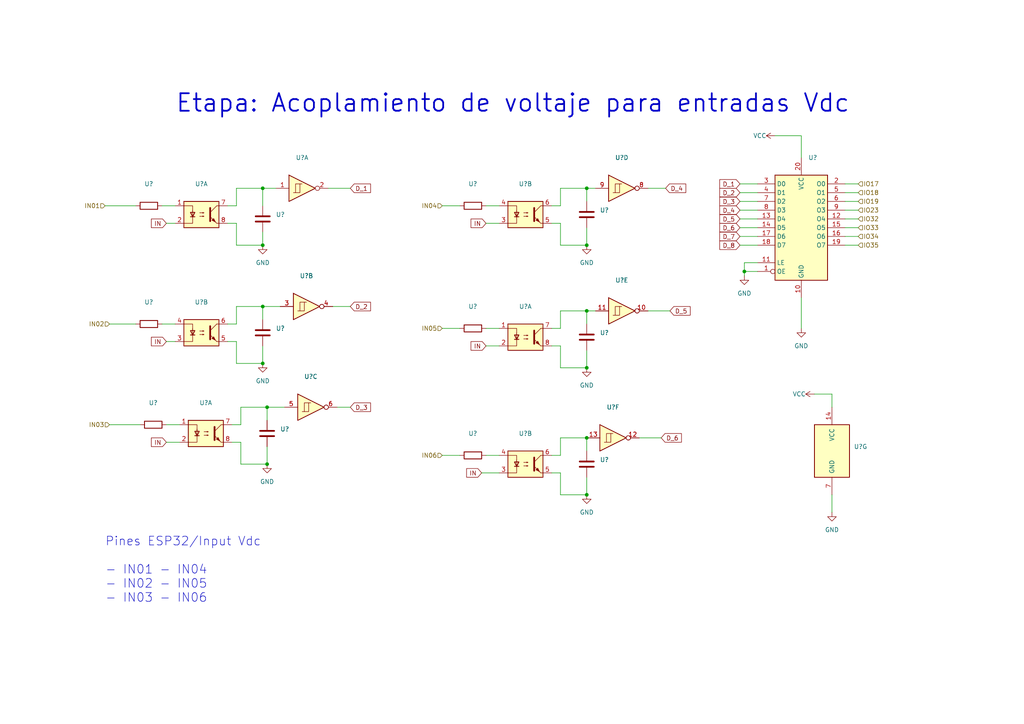
<source format=kicad_sch>
(kicad_sch (version 20220929) (generator eeschema)
  (paper "A4")
  (title_block (date "2022-09-15") (rev "José Luis Laica") (company "INTEAMBI"))
  (lib_symbols
    (symbol "74xx:74HC14" (pin_names (offset 1.016))
      (property "Reference" "U" (at 0 1.27 0))
      (property "Value" "74HC14" (at 0 -1.27 0))
      (symbol "74HC14_1_0"
        (polyline (pts (xy -3.81 3.81) (xy -3.81 -3.81) (xy 3.81 0) (xy -3.81 3.81)) (stroke (width 0.254)) (fill (type background)))
        (pin input line (at -7.62 0 0) (length 3.81) (name "~") (number "1"))
        (pin output inverted (at 7.62 0 180) (length 3.81) (name "~") (number "2"))
      )
      (symbol "74HC14_1_1"
        (polyline (pts (xy -1.905 -1.27) (xy -1.905 1.27) (xy -0.635 1.27)))
        (polyline (pts (xy -2.54 -1.27) (xy -0.635 -1.27) (xy -0.635 1.27) (xy 0 1.27)))
      )
      (symbol "74HC14_2_0"
        (polyline (pts (xy -3.81 3.81) (xy -3.81 -3.81) (xy 3.81 0) (xy -3.81 3.81)) (stroke (width 0.254)) (fill (type background)))
        (pin input line (at -7.62 0 0) (length 3.81) (name "~") (number "3"))
        (pin output inverted (at 7.62 0 180) (length 3.81) (name "~") (number "4"))
      )
      (symbol "74HC14_2_1"
        (polyline (pts (xy -1.905 -1.27) (xy -1.905 1.27) (xy -0.635 1.27)))
        (polyline (pts (xy -2.54 -1.27) (xy -0.635 -1.27) (xy -0.635 1.27) (xy 0 1.27)))
      )
      (symbol "74HC14_3_0"
        (polyline (pts (xy -3.81 3.81) (xy -3.81 -3.81) (xy 3.81 0) (xy -3.81 3.81)) (stroke (width 0.254)) (fill (type background)))
        (pin input line (at -7.62 0 0) (length 3.81) (name "~") (number "5"))
        (pin output inverted (at 7.62 0 180) (length 3.81) (name "~") (number "6"))
      )
      (symbol "74HC14_3_1"
        (polyline (pts (xy -1.905 -1.27) (xy -1.905 1.27) (xy -0.635 1.27)))
        (polyline (pts (xy -2.54 -1.27) (xy -0.635 -1.27) (xy -0.635 1.27) (xy 0 1.27)))
      )
      (symbol "74HC14_4_0"
        (polyline (pts (xy -3.81 3.81) (xy -3.81 -3.81) (xy 3.81 0) (xy -3.81 3.81)) (stroke (width 0.254)) (fill (type background)))
        (pin output inverted (at 7.62 0 180) (length 3.81) (name "~") (number "8"))
        (pin input line (at -7.62 0 0) (length 3.81) (name "~") (number "9"))
      )
      (symbol "74HC14_4_1"
        (polyline (pts (xy -1.905 -1.27) (xy -1.905 1.27) (xy -0.635 1.27)))
        (polyline (pts (xy -2.54 -1.27) (xy -0.635 -1.27) (xy -0.635 1.27) (xy 0 1.27)))
      )
      (symbol "74HC14_5_0"
        (polyline (pts (xy -3.81 3.81) (xy -3.81 -3.81) (xy 3.81 0) (xy -3.81 3.81)) (stroke (width 0.254)) (fill (type background)))
        (pin output inverted (at 7.62 0 180) (length 3.81) (name "~") (number "10"))
        (pin input line (at -7.62 0 0) (length 3.81) (name "~") (number "11"))
      )
      (symbol "74HC14_5_1"
        (polyline (pts (xy -1.905 -1.27) (xy -1.905 1.27) (xy -0.635 1.27)))
        (polyline (pts (xy -2.54 -1.27) (xy -0.635 -1.27) (xy -0.635 1.27) (xy 0 1.27)))
      )
      (symbol "74HC14_6_0"
        (polyline (pts (xy -3.81 3.81) (xy -3.81 -3.81) (xy 3.81 0) (xy -3.81 3.81)) (stroke (width 0.254)) (fill (type background)))
        (pin output inverted (at 7.62 0 180) (length 3.81) (name "~") (number "12"))
        (pin input line (at -7.62 0 0) (length 3.81) (name "~") (number "13"))
      )
      (symbol "74HC14_6_1"
        (polyline (pts (xy -1.905 -1.27) (xy -1.905 1.27) (xy -0.635 1.27)))
        (polyline (pts (xy -2.54 -1.27) (xy -0.635 -1.27) (xy -0.635 1.27) (xy 0 1.27)))
      )
      (symbol "74HC14_7_0"
        (pin power_in line (at 0 12.7 270) (length 5.08) (name "VCC") (number "14"))
        (pin power_in line (at 0 -12.7 90) (length 5.08) (name "GND") (number "7"))
      )
      (symbol "74HC14_7_1"
        (rectangle (start -5.08 7.62) (end 5.08 -7.62) (stroke (width 0.254)) (fill (type background)))
      )
    )
    (symbol "74xx:74HC373"
      (property "Reference" "U" (at -7.62 16.51 0))
      (property "Value" "74HC373" (at -7.62 -16.51 0))
      (symbol "74HC373_1_0"
        (pin input inverted (at -12.7 -12.7 0) (length 5.08) (name "OE") (number "1"))
        (pin power_in line (at 0 -20.32 90) (length 5.08) (name "GND") (number "10"))
        (pin input line (at -12.7 -10.16 0) (length 5.08) (name "LE") (number "11"))
        (pin tri_state line (at 12.7 2.54 180) (length 5.08) (name "O4") (number "12"))
        (pin input line (at -12.7 2.54 0) (length 5.08) (name "D4") (number "13"))
        (pin input line (at -12.7 0 0) (length 5.08) (name "D5") (number "14"))
        (pin tri_state line (at 12.7 0 180) (length 5.08) (name "O5") (number "15"))
        (pin tri_state line (at 12.7 -2.54 180) (length 5.08) (name "O6") (number "16"))
        (pin input line (at -12.7 -2.54 0) (length 5.08) (name "D6") (number "17"))
        (pin input line (at -12.7 -5.08 0) (length 5.08) (name "D7") (number "18"))
        (pin tri_state line (at 12.7 -5.08 180) (length 5.08) (name "O7") (number "19"))
        (pin tri_state line (at 12.7 12.7 180) (length 5.08) (name "O0") (number "2"))
        (pin power_in line (at 0 20.32 270) (length 5.08) (name "VCC") (number "20"))
        (pin input line (at -12.7 12.7 0) (length 5.08) (name "D0") (number "3"))
        (pin input line (at -12.7 10.16 0) (length 5.08) (name "D1") (number "4"))
        (pin tri_state line (at 12.7 10.16 180) (length 5.08) (name "O1") (number "5"))
        (pin tri_state line (at 12.7 7.62 180) (length 5.08) (name "O2") (number "6"))
        (pin input line (at -12.7 7.62 0) (length 5.08) (name "D2") (number "7"))
        (pin input line (at -12.7 5.08 0) (length 5.08) (name "D3") (number "8"))
        (pin tri_state line (at 12.7 5.08 180) (length 5.08) (name "O3") (number "9"))
      )
      (symbol "74HC373_1_1"
        (rectangle (start -7.62 15.24) (end 7.62 -15.24) (stroke (width 0.254)) (fill (type background)))
      )
    )
    (symbol "Device:C" (pin_numbers hide) (pin_names (offset 0.254))
      (property "Reference" "C" (at 0.635 2.54 0))
      (property "Value" "C" (at 0.635 -2.54 0))
      (symbol "C_0_1"
        (polyline (pts (xy -2.032 -0.762) (xy 2.032 -0.762)) (stroke (width 0.508)))
        (polyline (pts (xy -2.032 0.762) (xy 2.032 0.762)) (stroke (width 0.508)))
      )
      (symbol "C_1_1"
        (pin passive line (at 0 3.81 270) (length 2.794) (name "~") (number "1"))
        (pin passive line (at 0 -3.81 90) (length 2.794) (name "~") (number "2"))
      )
    )
    (symbol "Device:R" (pin_numbers hide) (pin_names (offset 0))
      (property "Reference" "R" (at 2.032 0 90))
      (property "Value" "R" (at 0 0 90))
      (symbol "R_0_1"
        (rectangle (start -1.016 -2.54) (end 1.016 2.54) (stroke (width 0.254)))
      )
      (symbol "R_1_1"
        (pin passive line (at 0 3.81 270) (length 1.27) (name "~") (number "1"))
        (pin passive line (at 0 -3.81 90) (length 1.27) (name "~") (number "2"))
      )
    )
    (symbol "Isolator:ILD74" (pin_names (offset 1.016))
      (property "Reference" "U" (at -5.08 5.08 0))
      (property "Value" "ILD74" (at 0 5.08 0))
      (symbol "ILD74_0_1"
        (rectangle (start -5.08 3.81) (end 5.08 -3.81) (stroke (width 0.254)) (fill (type background)))
        (polyline (pts (xy -3.175 -0.635) (xy -1.905 -0.635)) (stroke (width 0.254)))
        (polyline (pts (xy 2.54 0.635) (xy 4.445 2.54)))
        (polyline (pts (xy 4.445 -2.54) (xy 2.54 -0.635)) (fill (type outline)))
        (polyline (pts (xy 4.445 -2.54) (xy 5.08 -2.54)))
        (polyline (pts (xy 4.445 2.54) (xy 5.08 2.54)))
        (polyline (pts (xy -5.08 2.54) (xy -2.54 2.54) (xy -2.54 0.635)))
        (polyline (pts (xy 2.54 1.905) (xy 2.54 -1.905) (xy 2.54 -1.905)) (stroke (width 0.508)))
        (polyline (pts (xy -2.54 -0.635) (xy -3.175 0.635) (xy -1.905 0.635) (xy -2.54 -0.635)) (stroke (width 0.254)))
        (polyline (pts (xy -2.54 -0.635) (xy -2.54 1.27) (xy -2.54 -2.54) (xy -5.08 -2.54)))
        (polyline (pts (xy -0.508 -0.508) (xy 0.762 -0.508) (xy 0.381 -0.635) (xy 0.381 -0.381) (xy 0.762 -0.508)))
        (polyline (pts (xy -0.508 0.508) (xy 0.762 0.508) (xy 0.381 0.381) (xy 0.381 0.635) (xy 0.762 0.508)))
        (polyline (pts (xy 3.048 -1.651) (xy 3.556 -1.143) (xy 4.064 -2.159) (xy 3.048 -1.651) (xy 3.048 -1.651)) (fill (type outline)))
      )
      (symbol "ILD74_1_1"
        (pin passive line (at -7.62 2.54 0) (length 2.54) (name "~") (number "1"))
        (pin passive line (at -7.62 -2.54 0) (length 2.54) (name "~") (number "2"))
        (pin passive line (at 7.62 2.54 180) (length 2.54) (name "~") (number "7"))
        (pin passive line (at 7.62 -2.54 180) (length 2.54) (name "~") (number "8"))
      )
      (symbol "ILD74_2_1"
        (pin passive line (at -7.62 -2.54 0) (length 2.54) (name "~") (number "3"))
        (pin passive line (at -7.62 2.54 0) (length 2.54) (name "~") (number "4"))
        (pin passive line (at 7.62 -2.54 180) (length 2.54) (name "~") (number "5"))
        (pin passive line (at 7.62 2.54 180) (length 2.54) (name "~") (number "6"))
      )
    )
    (symbol "power:GND" (power) (pin_names (offset 0))
      (property "Value" "GND" (at 0 -3.81 0))
      (symbol "GND_0_1"
        (polyline (pts (xy 0 0) (xy 0 -1.27) (xy 1.27 -1.27) (xy 0 -2.54) (xy -1.27 -1.27) (xy 0 -1.27)))
      )
      (symbol "GND_1_1"
        (pin power_in line (at 0 0 270) (length 0) hide (name "GND") (number "1"))
      )
    )
    (symbol "power:VCC" (power) (pin_names (offset 0))
      (property "Value" "VCC" (at 0 3.81 0))
      (symbol "VCC_0_1"
        (polyline (pts (xy -0.762 1.27) (xy 0 2.54)))
        (polyline (pts (xy 0 0) (xy 0 2.54)))
        (polyline (pts (xy 0 2.54) (xy 0.762 1.27)))
      )
      (symbol "VCC_1_1"
        (pin power_in line (at 0 0 90) (length 0) hide (name "VCC") (number "1"))
      )
    )
  )
  (junction (at 76.2 88.9))
  (junction (at 77.47 134.62))
  (junction (at 76.2 71.12))
  (junction (at 76.2 54.61))
  (junction (at 170.18 127))
  (junction (at 170.18 71.12))
  (junction (at 170.18 90.17))
  (junction (at 76.2 105.41))
  (junction (at 77.47 118.11))
  (junction (at 170.18 143.51))
  (junction (at 170.18 106.68))
  (junction (at 170.18 54.61))
  (junction (at 215.9 78.74))
  (wire (pts (xy 214.63 63.5) (xy 219.71 63.5)))
  (wire (pts (xy 245.11 71.12) (xy 248.92 71.12)))
  (wire (pts (xy 160.02 64.77) (xy 162.56 64.77)))
  (wire (pts (xy 162.56 90.17) (xy 170.18 90.17)))
  (wire (pts (xy 241.3 114.3) (xy 241.3 118.11)))
  (wire (pts (xy 31.75 123.19) (xy 40.64 123.19)))
  (wire (pts (xy 187.96 54.61) (xy 193.04 54.61)))
  (wire (pts (xy 214.63 68.58) (xy 219.71 68.58)))
  (wire (pts (xy 68.58 59.69) (xy 68.58 54.61)))
  (wire (pts (xy 46.99 59.69) (xy 50.8 59.69)))
  (wire (pts (xy 162.56 132.08) (xy 162.56 127)))
  (wire (pts (xy 76.2 71.12) (xy 76.2 67.31)))
  (wire (pts (xy 245.11 68.58) (xy 248.92 68.58)))
  (wire (pts (xy 97.79 118.11) (xy 101.6 118.11)))
  (wire (pts (xy 68.58 71.12) (xy 76.2 71.12)))
  (wire (pts (xy 140.97 59.69) (xy 144.78 59.69)))
  (wire (pts (xy 170.18 90.17) (xy 170.18 93.98)))
  (wire (pts (xy 76.2 105.41) (xy 76.2 100.33)))
  (wire (pts (xy 128.27 95.25) (xy 133.35 95.25)))
  (wire (pts (xy 69.85 134.62) (xy 77.47 134.62)))
  (wire (pts (xy 140.97 64.77) (xy 144.78 64.77)))
  (wire (pts (xy 160.02 59.69) (xy 162.56 59.69)))
  (wire (pts (xy 232.41 39.37) (xy 232.41 45.72)))
  (wire (pts (xy 170.18 106.68) (xy 170.18 101.6)))
  (wire (pts (xy 66.04 93.98) (xy 68.58 93.98)))
  (wire (pts (xy 172.72 54.61) (xy 170.18 54.61)))
  (wire (pts (xy 162.56 71.12) (xy 170.18 71.12)))
  (wire (pts (xy 77.47 134.62) (xy 77.47 129.54)))
  (wire (pts (xy 68.58 88.9) (xy 76.2 88.9)))
  (wire (pts (xy 187.96 90.17) (xy 194.31 90.17)))
  (wire (pts (xy 140.97 132.08) (xy 144.78 132.08)))
  (wire (pts (xy 162.56 54.61) (xy 170.18 54.61)))
  (wire (pts (xy 170.18 143.51) (xy 170.18 138.43)))
  (wire (pts (xy 245.11 66.04) (xy 248.92 66.04)))
  (wire (pts (xy 224.79 39.37) (xy 232.41 39.37)))
  (wire (pts (xy 219.71 76.2) (xy 215.9 76.2)))
  (wire (pts (xy 140.97 100.33) (xy 144.78 100.33)))
  (wire (pts (xy 96.52 88.9) (xy 101.6 88.9)))
  (wire (pts (xy 245.11 53.34) (xy 248.92 53.34)))
  (wire (pts (xy 67.31 128.27) (xy 69.85 128.27)))
  (wire (pts (xy 170.18 71.12) (xy 170.18 66.04)))
  (wire (pts (xy 95.25 54.61) (xy 101.6 54.61)))
  (wire (pts (xy 31.75 93.98) (xy 39.37 93.98)))
  (wire (pts (xy 69.85 118.11) (xy 77.47 118.11)))
  (wire (pts (xy 140.97 95.25) (xy 144.78 95.25)))
  (wire (pts (xy 241.3 143.51) (xy 241.3 148.59)))
  (wire (pts (xy 76.2 54.61) (xy 80.01 54.61)))
  (wire (pts (xy 48.26 64.77) (xy 50.8 64.77)))
  (wire (pts (xy 215.9 78.74) (xy 215.9 80.01)))
  (wire (pts (xy 68.58 64.77) (xy 68.58 71.12)))
  (wire (pts (xy 214.63 71.12) (xy 219.71 71.12)))
  (wire (pts (xy 232.41 95.25) (xy 232.41 86.36)))
  (wire (pts (xy 214.63 55.88) (xy 219.71 55.88)))
  (wire (pts (xy 172.72 90.17) (xy 170.18 90.17)))
  (wire (pts (xy 245.11 55.88) (xy 248.92 55.88)))
  (wire (pts (xy 162.56 137.16) (xy 162.56 143.51)))
  (wire (pts (xy 214.63 53.34) (xy 219.71 53.34)))
  (wire (pts (xy 160.02 95.25) (xy 162.56 95.25)))
  (wire (pts (xy 160.02 132.08) (xy 162.56 132.08)))
  (wire (pts (xy 128.27 59.69) (xy 133.35 59.69)))
  (wire (pts (xy 245.11 58.42) (xy 248.92 58.42)))
  (wire (pts (xy 69.85 123.19) (xy 69.85 118.11)))
  (wire (pts (xy 76.2 88.9) (xy 81.28 88.9)))
  (wire (pts (xy 162.56 95.25) (xy 162.56 90.17)))
  (wire (pts (xy 68.58 54.61) (xy 76.2 54.61)))
  (wire (pts (xy 160.02 100.33) (xy 162.56 100.33)))
  (wire (pts (xy 76.2 54.61) (xy 76.2 59.69)))
  (wire (pts (xy 77.47 118.11) (xy 82.55 118.11)))
  (wire (pts (xy 162.56 143.51) (xy 170.18 143.51)))
  (wire (pts (xy 162.56 64.77) (xy 162.56 71.12)))
  (wire (pts (xy 219.71 78.74) (xy 215.9 78.74)))
  (wire (pts (xy 214.63 58.42) (xy 219.71 58.42)))
  (wire (pts (xy 69.85 128.27) (xy 69.85 134.62)))
  (wire (pts (xy 170.18 127) (xy 170.18 130.81)))
  (wire (pts (xy 76.2 88.9) (xy 76.2 92.71)))
  (wire (pts (xy 46.99 93.98) (xy 50.8 93.98)))
  (wire (pts (xy 160.02 137.16) (xy 162.56 137.16)))
  (wire (pts (xy 68.58 105.41) (xy 76.2 105.41)))
  (wire (pts (xy 66.04 59.69) (xy 68.58 59.69)))
  (wire (pts (xy 68.58 93.98) (xy 68.58 88.9)))
  (wire (pts (xy 236.22 114.3) (xy 241.3 114.3)))
  (wire (pts (xy 214.63 66.04) (xy 219.71 66.04)))
  (wire (pts (xy 66.04 64.77) (xy 68.58 64.77)))
  (wire (pts (xy 48.26 99.06) (xy 50.8 99.06)))
  (wire (pts (xy 162.56 106.68) (xy 170.18 106.68)))
  (wire (pts (xy 66.04 99.06) (xy 68.58 99.06)))
  (wire (pts (xy 245.11 63.5) (xy 248.92 63.5)))
  (wire (pts (xy 48.26 123.19) (xy 52.07 123.19)))
  (wire (pts (xy 162.56 127) (xy 170.18 127)))
  (wire (pts (xy 30.48 59.69) (xy 39.37 59.69)))
  (wire (pts (xy 128.27 132.08) (xy 133.35 132.08)))
  (wire (pts (xy 215.9 76.2) (xy 215.9 78.74)))
  (wire (pts (xy 77.47 118.11) (xy 77.47 121.92)))
  (wire (pts (xy 68.58 99.06) (xy 68.58 105.41)))
  (wire (pts (xy 139.7 137.16) (xy 144.78 137.16)))
  (wire (pts (xy 245.11 60.96) (xy 248.92 60.96)))
  (wire (pts (xy 48.26 128.27) (xy 52.07 128.27)))
  (wire (pts (xy 67.31 123.19) (xy 69.85 123.19)))
  (wire (pts (xy 214.63 60.96) (xy 219.71 60.96)))
  (wire (pts (xy 162.56 59.69) (xy 162.56 54.61)))
  (wire (pts (xy 162.56 100.33) (xy 162.56 106.68)))
  (wire (pts (xy 185.42 127) (xy 191.77 127)))
  (wire (pts (xy 170.18 54.61) (xy 170.18 58.42)))
  (text "Etapa: Acoplamiento de voltaje para entradas Vdc" (at 50.8 33.02 0) (effects (font (size 5.08 5.08) (thickness 0.508) bold) (justify left bottom)))
  (text "Pines ESP32/Input Vdc\n\n- IN01 - IN04\n- IN02 - IN05\n- IN03 - IN06\n\n" (at 30.48 179.07 0) (effects (font (size 2.54 2.54)) (justify left bottom)))
  (global_label "D_8" (shape input) (at 214.63 71.12 180) (property "Intersheet References" "${INTERSHEET_REFS}" (at 208.7698 71.0406 0) (effects (justify right))))
  (global_label "IN" (shape input) (at 139.7 137.16 180) (property "Intersheet References" "${INTERSHEET_REFS}" (at 135.3517 137.2394 0) (effects (justify right))))
  (global_label "IN" (shape input) (at 48.26 128.27 180) (property "Intersheet References" "${INTERSHEET_REFS}" (at 43.9117 128.3494 0) (effects (justify right))))
  (global_label "IN" (shape input) (at 140.97 100.33 180) (property "Intersheet References" "${INTERSHEET_REFS}" (at 136.6217 100.4094 0) (effects (justify right))))
  (global_label "D_5" (shape input) (at 194.31 90.17 0) (property "Intersheet References" "${INTERSHEET_REFS}" (at 200.1702 90.0906 0) (effects (justify left))))
  (global_label "IN" (shape input) (at 140.97 64.77 180) (property "Intersheet References" "${INTERSHEET_REFS}" (at 136.6217 64.8494 0) (effects (justify right))))
  (global_label "IN" (shape input) (at 48.26 64.77 180) (property "Intersheet References" "${INTERSHEET_REFS}" (at 43.9117 64.8494 0) (effects (justify right))))
  (global_label "D_4" (shape input) (at 193.04 54.61 0) (property "Intersheet References" "${INTERSHEET_REFS}" (at 198.9002 54.5306 0) (effects (justify left))))
  (global_label "D_2" (shape input) (at 101.6 88.9 0) (property "Intersheet References" "${INTERSHEET_REFS}" (at 107.4602 88.8206 0) (effects (justify left))))
  (global_label "D_4" (shape input) (at 214.63 60.96 180) (property "Intersheet References" "${INTERSHEET_REFS}" (at 208.7698 60.8806 0) (effects (justify right))))
  (global_label "D_1" (shape input) (at 101.6 54.61 0) (property "Intersheet References" "${INTERSHEET_REFS}" (at 107.4602 54.5306 0) (effects (justify left))))
  (global_label "D_7" (shape input) (at 214.63 68.58 180) (property "Intersheet References" "${INTERSHEET_REFS}" (at 208.7698 68.5006 0) (effects (justify right))))
  (global_label "D_6" (shape input) (at 191.77 127 0) (property "Intersheet References" "${INTERSHEET_REFS}" (at 197.6302 126.9206 0) (effects (justify left))))
  (global_label "D_2" (shape input) (at 214.63 55.88 180) (property "Intersheet References" "${INTERSHEET_REFS}" (at 208.7698 55.8006 0) (effects (justify right))))
  (global_label "D_6" (shape input) (at 214.63 66.04 180) (property "Intersheet References" "${INTERSHEET_REFS}" (at 208.7698 65.9606 0) (effects (justify right))))
  (global_label "D_3" (shape input) (at 214.63 58.42 180) (property "Intersheet References" "${INTERSHEET_REFS}" (at 208.7698 58.3406 0) (effects (justify right))))
  (global_label "D_5" (shape input) (at 214.63 63.5 180) (property "Intersheet References" "${INTERSHEET_REFS}" (at 208.7698 63.4206 0) (effects (justify right))))
  (global_label "D_3" (shape input) (at 101.6 118.11 0) (property "Intersheet References" "${INTERSHEET_REFS}" (at 107.4602 118.0306 0) (effects (justify left))))
  (global_label "D_1" (shape input) (at 214.63 53.34 180) (property "Intersheet References" "${INTERSHEET_REFS}" (at 208.7698 53.4194 0) (effects (justify right))))
  (global_label "IN" (shape input) (at 48.26 99.06 180) (property "Intersheet References" "${INTERSHEET_REFS}" (at 43.9117 99.1394 0) (effects (justify right))))
  (hierarchical_label "IO34" (shape input) (at 248.92 68.58 0))
  (hierarchical_label "IN01" (shape input) (at 30.48 59.69 180))
  (hierarchical_label "IO32" (shape input) (at 248.92 63.5 0))
  (hierarchical_label "IO19" (shape input) (at 248.92 58.42 0))
  (hierarchical_label "IO17" (shape input) (at 248.92 53.34 0))
  (hierarchical_label "IN04" (shape input) (at 128.27 59.69 180))
  (hierarchical_label "IN02" (shape input) (at 31.75 93.98 180))
  (hierarchical_label "IO35" (shape input) (at 248.92 71.12 0))
  (hierarchical_label "IN06" (shape input) (at 128.27 132.08 180))
  (hierarchical_label "IO33" (shape input) (at 248.92 66.04 0))
  (hierarchical_label "IO23" (shape input) (at 248.92 60.96 0))
  (hierarchical_label "IN05" (shape input) (at 128.27 95.25 180))
  (hierarchical_label "IO18" (shape input) (at 248.92 55.88 0))
  (hierarchical_label "IN03" (shape input) (at 31.75 123.19 180))
  (symbol (lib_id "Isolator:ILD74") (at 152.4 134.62 0) (unit 2)
    (default_instance (reference "") (unit 1) (value "") (footprint ""))
    (property "Datasheet" "https://www.vishay.com/docs/83640/ild74.pdf" (effects hide))
  )
  (symbol (lib_id "74xx:74HC14") (at 241.3 130.81 0) (unit 7)
    (default_instance (reference "") (unit 1) (value "") (footprint ""))
    (property "Datasheet" "http://www.ti.com/lit/gpn/sn74HC14" (effects hide))
  )
  (symbol (lib_id "Device:R") (at 137.16 95.25 90) (unit 1)
    (default_instance (reference "") (unit 1) (value "") (footprint ""))
  )
  (symbol (lib_id "74xx:74HC373") (at 232.41 66.04 0) (unit 1)
    (default_instance (reference "") (unit 1) (value "") (footprint ""))
    (property "Datasheet" "https://www.ti.com/lit/ds/symlink/cd54hc373.pdf" (effects hide))
  )
  (symbol (lib_id "power:GND") (at 76.2 105.41 0) (unit 1)
    (default_instance (reference "") (unit 1) (value "") (footprint ""))
  )
  (symbol (lib_id "Device:R") (at 137.16 59.69 90) (unit 1)
    (default_instance (reference "") (unit 1) (value "") (footprint ""))
  )
  (symbol (lib_id "power:GND") (at 170.18 106.68 0) (unit 1)
    (default_instance (reference "") (unit 1) (value "") (footprint ""))
  )
  (symbol (lib_id "Device:R") (at 137.16 132.08 90) (unit 1)
    (default_instance (reference "") (unit 1) (value "") (footprint ""))
  )
  (symbol (lib_id "74xx:74HC14") (at 88.9 88.9 0) (unit 2)
    (default_instance (reference "") (unit 1) (value "") (footprint ""))
    (property "Datasheet" "http://www.ti.com/lit/gpn/sn74HC14" (effects hide))
  )
  (symbol (lib_id "Isolator:ILD74") (at 58.42 62.23 0) (unit 1)
    (default_instance (reference "") (unit 1) (value "") (footprint ""))
    (property "Datasheet" "https://www.vishay.com/docs/83640/ild74.pdf" (effects hide))
  )
  (symbol (lib_id "Device:C") (at 76.2 96.52 0) (unit 1)
    (default_instance (reference "") (unit 1) (value "") (footprint ""))
  )
  (symbol (lib_id "Device:C") (at 170.18 97.79 0) (unit 1)
    (default_instance (reference "") (unit 1) (value "") (footprint ""))
  )
  (symbol (lib_id "Device:C") (at 170.18 134.62 0) (unit 1)
    (default_instance (reference "") (unit 1) (value "") (footprint ""))
  )
  (symbol (lib_id "power:GND") (at 232.41 95.25 0) (unit 1)
    (default_instance (reference "") (unit 1) (value "") (footprint ""))
  )
  (symbol (lib_id "74xx:74HC14") (at 177.8 127 0) (unit 6)
    (default_instance (reference "") (unit 1) (value "") (footprint ""))
    (property "Datasheet" "http://www.ti.com/lit/gpn/sn74HC14" (effects hide))
  )
  (symbol (lib_id "power:GND") (at 77.47 134.62 0) (unit 1)
    (default_instance (reference "") (unit 1) (value "") (footprint ""))
  )
  (symbol (lib_id "power:GND") (at 76.2 71.12 0) (unit 1)
    (default_instance (reference "") (unit 1) (value "") (footprint ""))
  )
  (symbol (lib_id "74xx:74HC14") (at 87.63 54.61 0) (unit 1)
    (default_instance (reference "") (unit 1) (value "") (footprint ""))
    (property "Datasheet" "http://www.ti.com/lit/gpn/sn74HC14" (effects hide))
  )
  (symbol (lib_id "power:GND") (at 170.18 143.51 0) (unit 1)
    (default_instance (reference "") (unit 1) (value "") (footprint ""))
  )
  (symbol (lib_id "Device:R") (at 44.45 123.19 90) (unit 1)
    (default_instance (reference "") (unit 1) (value "") (footprint ""))
  )
  (symbol (lib_id "Device:C") (at 170.18 62.23 0) (unit 1)
    (default_instance (reference "") (unit 1) (value "") (footprint ""))
  )
  (symbol (lib_id "power:GND") (at 215.9 80.01 0) (unit 1)
    (default_instance (reference "") (unit 1) (value "") (footprint ""))
  )
  (symbol (lib_id "74xx:74HC14") (at 180.34 90.17 0) (unit 5)
    (default_instance (reference "") (unit 1) (value "") (footprint ""))
    (property "Datasheet" "http://www.ti.com/lit/gpn/sn74HC14" (effects hide))
  )
  (symbol (lib_id "Device:R") (at 43.18 59.69 90) (unit 1)
    (default_instance (reference "") (unit 1) (value "") (footprint ""))
  )
  (symbol (lib_id "Device:R") (at 43.18 93.98 90) (unit 1)
    (default_instance (reference "") (unit 1) (value "") (footprint ""))
  )
  (symbol (lib_id "74xx:74HC14") (at 180.34 54.61 0) (unit 4)
    (default_instance (reference "") (unit 1) (value "") (footprint ""))
    (property "Datasheet" "http://www.ti.com/lit/gpn/sn74HC14" (effects hide))
  )
  (symbol (lib_id "74xx:74HC14") (at 90.17 118.11 0) (unit 3)
    (default_instance (reference "") (unit 1) (value "") (footprint ""))
    (property "Datasheet" "http://www.ti.com/lit/gpn/sn74HC14" (effects hide))
  )
  (symbol (lib_id "Device:C") (at 76.2 63.5 0) (unit 1)
    (default_instance (reference "") (unit 1) (value "") (footprint ""))
  )
  (symbol (lib_id "Device:C") (at 77.47 125.73 0) (unit 1)
    (default_instance (reference "") (unit 1) (value "") (footprint ""))
  )
  (symbol (lib_id "power:GND") (at 241.3 148.59 0) (unit 1)
    (default_instance (reference "") (unit 1) (value "") (footprint ""))
  )
  (symbol (lib_id "Isolator:ILD74") (at 152.4 62.23 0) (unit 2)
    (default_instance (reference "") (unit 1) (value "") (footprint ""))
    (property "Datasheet" "https://www.vishay.com/docs/83640/ild74.pdf" (effects hide))
  )
  (symbol (lib_id "power:GND") (at 170.18 71.12 0) (unit 1)
    (default_instance (reference "") (unit 1) (value "") (footprint ""))
  )
  (symbol (lib_id "Isolator:ILD74") (at 152.4 97.79 0) (unit 1)
    (default_instance (reference "") (unit 1) (value "") (footprint ""))
    (property "Datasheet" "https://www.vishay.com/docs/83640/ild74.pdf" (effects hide))
  )
  (symbol (lib_id "power:VCC") (at 236.22 114.3 90) (unit 1)
    (default_instance (reference "") (unit 1) (value "") (footprint ""))
  )
  (symbol (lib_id "Isolator:ILD74") (at 58.42 96.52 0) (unit 2)
    (default_instance (reference "") (unit 1) (value "") (footprint ""))
    (property "Datasheet" "https://www.vishay.com/docs/83640/ild74.pdf" (effects hide))
  )
  (symbol (lib_id "Isolator:ILD74") (at 59.69 125.73 0) (unit 1)
    (default_instance (reference "") (unit 1) (value "") (footprint ""))
    (property "Datasheet" "https://www.vishay.com/docs/83640/ild74.pdf" (effects hide))
  )
  (symbol (lib_id "power:VCC") (at 224.79 39.37 90) (unit 1)
    (default_instance (reference "") (unit 1) (value "") (footprint ""))
  )
)
</source>
